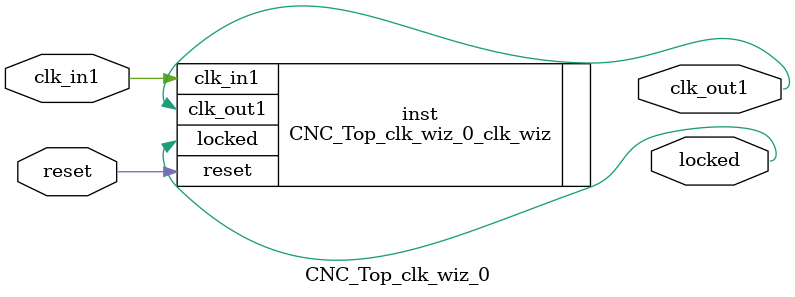
<source format=v>


`timescale 1ps/1ps

(* CORE_GENERATION_INFO = "CNC_Top_clk_wiz_0,clk_wiz_v6_0_15_0_0,{component_name=CNC_Top_clk_wiz_0,use_phase_alignment=true,use_min_o_jitter=false,use_max_i_jitter=false,use_dyn_phase_shift=false,use_inclk_switchover=false,use_dyn_reconfig=false,enable_axi=0,feedback_source=FDBK_AUTO,PRIMITIVE=MMCM,num_out_clk=1,clkin1_period=10.000,clkin2_period=10.000,use_power_down=false,use_reset=true,use_locked=true,use_inclk_stopped=false,feedback_type=SINGLE,CLOCK_MGR_TYPE=NA,manual_override=false}" *)

module CNC_Top_clk_wiz_0 
 (
  // Clock out ports
  output        clk_out1,
  // Status and control signals
  input         reset,
  output        locked,
 // Clock in ports
  input         clk_in1
 );

  CNC_Top_clk_wiz_0_clk_wiz inst
  (
  // Clock out ports  
  .clk_out1(clk_out1),
  // Status and control signals               
  .reset(reset), 
  .locked(locked),
 // Clock in ports
  .clk_in1(clk_in1)
  );

endmodule

</source>
